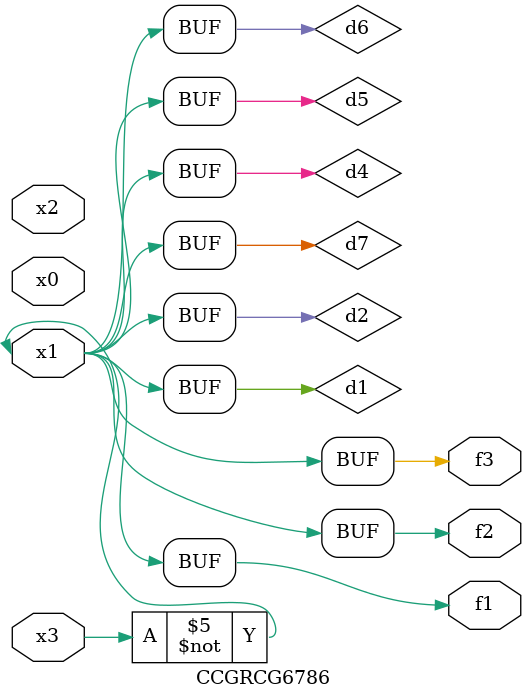
<source format=v>
module CCGRCG6786(
	input x0, x1, x2, x3,
	output f1, f2, f3
);

	wire d1, d2, d3, d4, d5, d6, d7;

	not (d1, x3);
	buf (d2, x1);
	xnor (d3, d1, d2);
	nor (d4, d1);
	buf (d5, d1, d2);
	buf (d6, d4, d5);
	nand (d7, d4);
	assign f1 = d6;
	assign f2 = d7;
	assign f3 = d6;
endmodule

</source>
